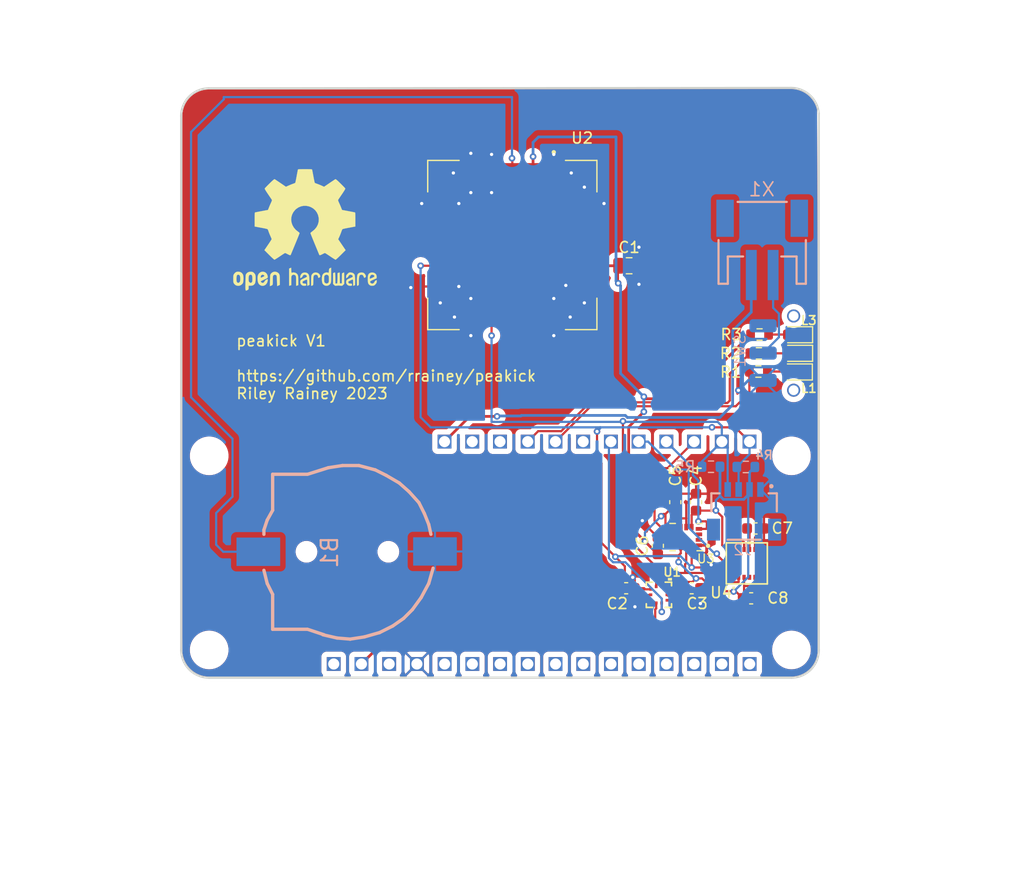
<source format=kicad_pcb>
(kicad_pcb (version 20221018) (generator pcbnew)
  (layers (0 "F.Cu" signal) (31 "B.Cu" signal) (34 "B.Paste" user) (35 "F.Paste" user) (36 "B.SilkS" user "B.Silkscreen") (37 "F.SilkS" user "F.Silkscreen") (38 "B.Mask" user) (39 "F.Mask" user) (44 "Edge.Cuts" user))
  (property "DESIGNER" "Riley Rainey")
  (property "REV" "V1")
  (net 0 "")
  (net 1 "GND")
  (net 2 "3.3V")
  (net 3 "/V_USB")
  (net 4 "V_BATT")
  (net 5 "/SDA")
  (net 6 "/SCL")
  (net 7 "/D5")
  (net 8 "/D6")
  (net 9 "/D9")
  (net 10 "/D10")
  (net 11 "/D11")
  (net 12 "/D12")
  (net 13 "/D13")
  (net 14 "/EN")
  (net 15 "/BOOT0")
  (net 16 "/D1{slash}TX")
  (net 17 "/D0{slash}RX")
  (net 18 "/CIPO")
  (net 19 "/COPI")
  (net 20 "/SCK")
  (net 21 "/A5")
  (net 22 "/A4")
  (net 23 "/A3")
  (net 24 "/A2")
  (net 25 "/A1")
  (net 26 "/A0")
  (net 28 "/~{RESET}")
  (net 29 "/VBACKUP")
  (net 39 "Net-(L1-A)")
  (net 40 "Net-(L2-A)")
  (net 41 "Net-(L3-A)")
  (net 42 "Net-(U4-CAP)")
  (net 44 "Net-(SW1-B)")
  (footprint "peakick:FIDUCIAL-MICRO" (layer "F.Cu") (at 137.53 114.75)
    (fp_text reference "FD1" hide)
    (fp_text value "FIDUCIALUFIDUCIAL" hide)
  )
  (footprint "Capacitor_SMD:C_0603_1608Metric" (layer "F.Cu") (at 178.609999 102.315001)
    (fp_text reference "C7")
    (fp_text value "10uF" hide)
  )
  (footprint "Resistor_SMD:R_0603_1608Metric" (layer "F.Cu") (at 178.92 86.28)
    (fp_text reference "R2")
    (fp_text value "2.2K" hide)
  )
  (footprint "peakick:STAND-OFF-TIGHT" (layer "F.Cu") (at 128.5611 113.4436)
    (fp_text reference "H3" hide)
    (fp_text value "STAND-OFFTIGHT" hide)
  )
  (footprint "peakick:FIDUCIAL-MICRO" (layer "F.Cu") (at 181.93 109.55)
    (fp_text reference "FD4" hide)
    (fp_text value "FIDUCIALUFIDUCIAL" hide)
  )
  (footprint "Resistor_SMD:R_0603_1608Metric" (layer "F.Cu") (at 178.87 87.94)
    (fp_text reference "R1")
    (fp_text value "2.2K")
  )
  (footprint "peakick:STAND-OFF-TIGHT" (layer "F.Cu") (at 128.5611 95.6636)
    (fp_text reference "H4" hide)
    (fp_text value "STAND-OFFTIGHT" hide)
  )
  (footprint "Capacitor_SMD:C_0805_2012Metric" (layer "F.Cu") (at 167.03 78.25)
    (fp_text reference "C1")
    (fp_text value "10uF")
  )
  (footprint "peakick:PQFN50P300X250X97-14N" (layer "F.Cu") (at 172.26 103.105 180)
    (fp_text reference "U3")
    (fp_text value "ICM-42688-P" hide)
  )
  (footprint "peakick:FIDUCIAL-MICRO" (layer "F.Cu") (at 163.96 109.39)
    (fp_text reference "FD3" hide)
    (fp_text value "FIDUCIALUFIDUCIAL" hide)
  )
  (footprint "peakick:OSHW-Logo2_14.6x12mm_SilkScreen" (layer "F.Cu") (at 137.34 74.95)
    (fp_text reference "LOGO2" hide)
    (fp_text value "OSHW-LOGOS" hide)
  )
  (footprint "peakick:1X16_SM_SQ_NOSILK" (layer "F.Cu") (at 178.07 114.73 180)
    (fp_text reference "J1" hide)
    (fp_text value "CONN_161X16_SM_SQ_NOSILK" hide)
  )
  (footprint "peakick:FIDUCIAL-MICRO" (layer "F.Cu") (at 145.93 67.75)
    (fp_text reference "FD2" hide)
    (fp_text value "FIDUCIALUFIDUCIAL" hide)
  )
  (footprint "Capacitor_SMD:C_0603_1608Metric" (layer "F.Cu") (at 172.76 107.79)
    (fp_text reference "C3")
    (fp_text value "100nF" hide)
  )
  (footprint "Capacitor_SMD:C_0603_1608Metric" (layer "F.Cu") (at 169.66 103.905 90)
    (fp_text reference "C6")
    (fp_text value "2.2uF" hide)
  )
  (footprint "Capacitor_SMD:C_0603_1608Metric" (layer "F.Cu") (at 178.209999 108.715001)
    (fp_text reference "C8")
    (fp_text value "10uF" hide)
  )
  (footprint "Capacitor_SMD:C_0603_1608Metric" (layer "F.Cu") (at 171.26 99.905 90)
    (fp_text reference "C5")
    (fp_text value "10nF" hide)
  )
  (footprint "LED_SMD:LED_0603_1608Metric" (layer "F.Cu") (at 182.35 84.57 180)
    (fp_text reference "L3")
    (fp_text value "LTST-S270KGKT" hide)
  )
  (footprint "peakick:LGA10_BMP390_BOS" (layer "F.Cu") (at 169.76 108.39)
    (fp_text reference "U1")
    (fp_text value "BMP390" hide)
  )
  (footprint "LED_SMD:LED_0603_1608Metric" (layer "F.Cu") (at 182.33 87.98 180)
    (fp_text reference "L1")
    (fp_text value "LTST-S270KGKT" hide)
  )
  (footprint "peakick:CREATIVE_COMMONS" (layer "F.Cu") (at 133.43 115.05)
    (fp_text reference "FRAME1" hide)
    (fp_text value "FRAME-LETTER" hide)
  )
  (footprint "Resistor_SMD:R_0603_1608Metric" (layer "F.Cu") (at 178.98 84.55)
    (fp_text reference "R3")
    (fp_text value "2.2K" hide)
  )
  (footprint "peakick:STAND-OFF-TIGHT" (layer "F.Cu") (at 181.9011 113.4436)
    (fp_text reference "H2" hide)
    (fp_text value "STAND-OFFTIGHT" hide)
  )
  (footprint "peakick:STAND-OFF-TIGHT" (layer "F.Cu") (at 181.9011 95.6636)
    (fp_text reference "H1" hide)
    (fp_text value "STAND-OFFTIGHT" hide)
  )
  (footprint "Capacitor_SMD:C_0603_1608Metric" (layer "F.Cu") (at 166.76 107.79)
    (fp_text reference "C2")
    (fp_text value "100nF" hide)
  )
  (footprint "LED_SMD:LED_0603_1608Metric" (layer "F.Cu") (at 182.35 86.27 180)
    (fp_text reference "L2" hide)
    (fp_text value "LTST-S270KRKT" hide)
  )
  (footprint "peakick:1X12_SM_SQ_NOSILK" (layer "F.Cu") (at 178.06 94.36 180)
    (fp_text reference "J3" hide)
    (fp_text value "CONN_12SM_SQ_NO_SILK")
  )
  (footprint "peakick:MODULE_SAM-M8Q-0-10" (layer "F.Cu") (at 156.33 76.35 -90)
    (fp_text reference "U2")
    (fp_text value "SAM-M10Q" hide)
  )
  (footprint "Capacitor_SMD:C_0603_1608Metric" (layer "F.Cu") (at 173.16 99.905 90)
    (fp_text reference "C4")
    (fp_text value "0.1uF" hide)
  )
  (footprint "peakick:MMC5983MA_MEM" (layer "F.Cu") (at 177.809999 105.515001 90)
    (fp_text reference "U4")
    (fp_text value "MMC5983MA" hide)
  )
  (footprint "Resistor_SMD:R_0603_1608Metric" (layer "B.Cu") (at 177.72 96.68 180)
    (fp_text reference "R4")
    (fp_text value "DNP" hide)
  )
  (footprint "peakick:JS102011SAQN" (layer "B.Cu") (at 179.3 86.25 -90)
    (fp_text reference "SW1")
    (fp_text value "JS102011SAQN" hide)
  )
  (footprint "peakick:CR1220-2" (layer "B.Cu") (at 141.475 104.45 180)
    (fp_text reference "B1")
    (fp_text value "CR1220")
  )
  (footprint "Resistor_SMD:R_0603_1608Metric" (layer "B.Cu") (at 174.53 96.66 180)
    (fp_text reference "R5")
    (fp_text value "DNP" hide)
  )
  (footprint "peakick:JSTPH2" (layer "B.Cu") (at 179.22 75.4 180)
    (fp_text reference "X1")
    (fp_text value "JSTPH" hide)
  )
  (footprint "peakick:JST04_1MM_RA" (layer "B.Cu") (at 177.56 98.7467 180)
    (fp_text reference "J2")
    (fp_text value "QWIIC_RA")
  )
  (gr_arc (start 181.86 61.96) (mid 183.586817 62.634138) (end 184.4 64.3) (stroke (width 0.2032)) (layer "Edge.Cuts"))
  (gr_line (start 184.4 113.4436) (end 184.4 64.3) (stroke (width 0.2032)) (layer "Edge.Cuts"))
  (gr_arc (start 184.4 113.4436) (mid 183.676598 115.231136) (end 181.9011 115.9836) (stroke (width 0.2032)) (layer "Edge.Cuts"))
  (gr_arc (start 126 64.54) (mid 126.736981 62.746845) (end 128.526051 62) (stroke (width 0.2032)) (layer "Edge.Cuts"))
  (gr_line (start 181.86 61.96) (end 128.526051 62) (stroke (width 0.2)) (layer "Edge.Cuts"))
  (gr_line (start 128.5611 115.9836) (end 181.9011 115.9836) (stroke (width 0.2032)) (layer "Edge.Cuts"))
  (gr_arc (start 128.5611 115.9836) (mid 126.754499 115.244021) (end 126 113.4436) (stroke (width 0.2032)) (layer "Edge.Cuts"))
  (gr_line (start 126 113.4436) (end 126 64.54) (stroke (width 0.2)) (layer "Edge.Cuts"))
  (gr_text "peakick V1\n\nhttps://github.com/rrainey/peakick\nRiley Rainey 2023" (at 130.96 90.54) (layer "F.SilkS") (effects (font (size 1 1)) (justify left bottom)))
  (segment (start 172.8584 108.4666) (end 172.9818 108.59) (width 0.2) (layer "F.Cu") (net 1))
  (segment (start 176.76 101.19) (end 178.259998 101.19) (width 0.2) (layer "F.Cu") (net 1))
  (segment (start 172.26 101.39) (end 172.26 102.19) (width 0.2) (layer "F.Cu") (net 1))
  (segment (start 169.0107 107.889874) (end 167.634874 107.889874) (width 0.2) (layer "F.Cu") (net 1))
  (segment (start 177.559999 103.589999) (end 176.76 102.79) (width 0.2) (layer "F.Cu") (net 1))
  (segment (start 168.24 101.71) (end 168.24 101.6) (width 0.2) (layer "F.Cu") (net 1))
  (segment (start 173.56 107.815) (end 173.535 107.79) (width 0.2) (layer "F.Cu") (net 1))
  (segment (start 167.6611 109.4889) (end 167.56 109.4889) (width 0.2) (layer "F.Cu") (net 1))
  (segment (start 183.1575 84.59) (end 183.1575 86.25) (width 0.25) (layer "F.Cu") (net 1))
  (segment (start 174.13 105.22481) (end 174.547589 105.642399) (width 0.25) (layer "F.Cu") (net 1))
  (segment (start 173.43 103.86) (end 174.13 103.86) (width 0.25) (layer "F.Cu") (net 1))
  (segment (start 183.1375 84.57) (end 183.1575 84.59) (width 0.25) (layer "F.Cu") (net 1))
  (segment (start 172.9818 108.59) (end 173.56 108.59) (width 0.2) (layer "F.Cu") (net 1))
  (segment (start 171.36 108.4666) (end 172.8584 108.4666) (width 0.2) (layer "F.Cu") (net 1))
  (segment (start 170.5093 108.39) (end 170.5859 108.4666) (width 0.2) (layer "F.Cu") (net 1))
  (segment (start 183.1175 86.29) (end 183.1375 86.27) (width 0.25) (layer "F.Cu") (net 1))
  (segment (start 167.535 107.79) (end 167.535 106.965) (width 0.2) (layer "F.Cu") (net 1))
  (segment (start 169.0107 108.890126) (end 168.910826 108.99) (width 0.2) (layer "F.Cu") (net 1))
  (segment (start 170.3 103.13) (end 170.36 103.19) (width 0.2) (layer "F.Cu") (net 1))
  (segment (start 171.76 101.39) (end 171.76 102.19) (width 0.2) (layer "F.Cu") (net 1))
  (segment (start 169.66 103.13) (end 170.3 103.13) (width 0.2) (layer "F.Cu") (net 1))
  (segment (start 168.16 108.99) (end 167.6611 109.4889) (width 0.2) (layer "F.Cu") (net 1))
  (segment (start 168.910826 108.99) (end 168.16 108.99) (width 0.2) (layer "F.Cu") (net 1))
  (segment (start 167.634874 107.889874) (end 167.535 107.79) (width 0.2) (layer "F.Cu") (net 1))
  (segment (start 176.76 102.79) (end 176.76 101.19) (width 0.2) (layer "F.Cu") (net 1))
  (segment (start 177.559999 104.240002) (end 177.559999 103.589999) (width 0.2) (layer "F.Cu") (net 1))
  (segment (start 173.425 103.855) (end 173.43 103.86) (width 0.25) (layer "F.Cu") (net 1))
  (segment (start 183.1575 86.25) (end 183.1375 86.27) (width 0.25) (layer "F.Cu") (net 1))
  (segment (start 172.26 100.03) (end 172.26 101.39) (width 0.2) (layer "F.Cu") (net 1))
  (segment (start 173.56 108.59) (end 173.56 107.815) (width 0.2) (layer "F.Cu") (net 1))
  (segment (start 170.36 103.83) (end 170.385 103.855) (width 0.2) (layer "F.Cu") (net 1))
  (segment (start 171.095 103.855) (end 170.385 103.855) (width 0.2) (layer "F.Cu") (net 1))
  (segment (start 167.535 106.965) (end 167.36 106.79) (width 0.2) (layer "F.Cu") (net 1))
  (segment (start 173.16 99.13) (end 174.7 99.13) (width 0.2) (layer "F.Cu") (net 1))
  (segment (start 169.66 103.13) (end 168.24 101.71) (width 0.2) (layer "F.Cu") (net 1))
  (segment (start 170.936474 108.890126) (end 171.36 108.4666) (width 0.2) (layer "F.Cu") (net 1))
  (segment (start 174.13 103.86) (end 174.13 105.22481) (width 0.25) (layer "F.Cu") (net 1))
  (segment (start 170.36 103.19) (end 170.36 103.83) (width 0.2) (layer "F.Cu") (net 1))
  (segment (start 178.259998 101.19) (end 179.384999 102.315001) (width 0.2) (layer "F.Cu") (net 1))
  (segment (start 170.5093 108.890126) (end 170.936474 108.890126) (width 0.2) (layer "F.Cu") (net 1))
  (segment (start 172.26 101.39) (end 171.76 101.39) (width 0.2) (layer "F.Cu") (net 1))
  (segment (start 173.16 99.13) (end 172.26 100.03) (width 0.2) (layer "F.Cu") (net 1))
  (segment (start 170.5859 108.4666) (end 171.36 108.4666) (width 0.2) (layer "F.Cu") (net 1))
  (segment (start 178.56 103.14) (end 178.56 104.240002) (width 0.2) (layer "F.Cu") (net 1))
  (segment (start 174.7 99.13) (end 176.76 101.19) (width 0.2) (layer "F.Cu") (net 1))
  (segment (start 183.1175 87.98) (end 183.1175 86.29) (width 0.25) (layer "F.Cu") (net 1))
  (segment (start 179.384999 102.315001) (end 178.56 103.14) (width 0.2) (layer "F.Cu") (net 1))
  (via (at 160.13 68.05) (size 0.6) (drill 0.3) (layers "F.Cu" "B.Cu") (net 1))
  (via (at 173.56 109.19) (size 0.6) (drill 0.3) (layers "F.Cu" "B.Cu") (net 1))
  (via (at 164.73 72.55) (size 0.6) (drill 0.3) (layers "F.Cu" "B.Cu") (net 1))
  (via (at 161.63 82.95) (size 0.6) (drill 0.3) (layers "F.Cu" "B.Cu") (net 1))
  (via (at 167.93 76.55) (size 0.6) (drill 0.3) (layers "F.Cu" "B.Cu") (net 1))
  (via (at 152.53 81.25) (size 0.6) (drill 0.3) (layers "F.Cu" "B.Cu") (net 1))
  (via (at 162.93 81.65) (size 0.6) (drill 0.3) (layers "F.Cu" "B.Cu") (net 1))
  (via (at 152.53 71.55) (size 0.6) (drill 0.3) (layers "F.Cu" "B.Cu") (net 1))
  (via (at 168.24 101.6) (size 0.6) (drill 0.3) (layers "F.Cu" "B.Cu") (net 1))
  (via (at 160.13 81.25) (size 0.6) (drill 0.3) (layers "F.Cu" "B.Cu") (net 1))
  (via (at 154.43 68.05) (size 0.6) (drill 0.3) (layers "F.Cu" "B.Cu") (net 1))
  (via (at 149.73 81.65) (size 0.6) (drill 0.3) (layers "F.Cu" "B.Cu") (net 1))
  (via (at 151.03 82.95) (size 0.6) (drill 0.3) (layers "F.Cu" "B.Cu") (net 1))
  (via (at 152.53 67.95) (size 0.6) (drill 0.3) (layers "F.Cu" "B.Cu") (net 1))
  (via (at 160.13 84.65) (size 0.6) (drill 0.3) (layers "F.Cu" "B.Cu") (net 1))
  (via (at 152.53 84.65) (size 0.6) (drill 0.3) (layers "F.Cu" "B.Cu") (net 1))
  (via (at 151.43 80.15) (size 0.6) (drill 0.3) (layers "F.Cu" "B.Cu") (net 1))
  (via (at 151.43 72.55) (size 0.6) (drill 0.3) (layers "F.Cu" "B.Cu") (net 1))
  (via (at 174.547589 105.642399) (size 0.6) (drill 0.3) (layers "F.Cu" "B.Cu") (net 1))
  (via (at 162.93 71.05) (size 0.6) (drill 0.3) (layers "F.Cu" "B.Cu") (net 1))
  (via (at 167.36 106.79) (size 0.6) (drill 0.3) (layers "F.Cu" "B.Cu") (net 1))
  (via (at 177.04 89.66) (size 0.6) (drill 0.3) (layers "F.Cu" "B.Cu") (net 1))
  (via (at 161.73 69.75) (size 0.6) (drill 0.3) (layers "F.Cu" "B.Cu") (net 1))
  (via (at 147.03 80.25) (size 0.6) (drill 0.3) (layers "F.Cu" "B.Cu") (net 1))
  (via (at 167.93 79.95) (size 0.6) (drill 0.3) (layers "F.Cu" "B.Cu") (net 1))
  (via (at 148.03 72.55) (size 0.6) (drill 0.3) (layers "F.Cu" "B.Cu") (net 1))
  (via (at 167.56 109.4889) (size 0.6) (drill 0.3) (layers "F.Cu" "B.Cu") (net 1))
  (via (at 150.93 69.75) (size 0.6) (drill 0.3) (layers "F.Cu" "B.Cu") (net 1))
  (via (at 161.23 80.05) (size 0.6) (drill 0.3) (layers "F.Cu" "B.Cu") (net 1))
  (via (at 154.43 71.55) (size 0.6) (drill 0.3) (layers "F.Cu" "B.Cu") (net 1))
  (segment (start 177.95 88.75) (end 177.04 89.66) (width 0.25) (layer "B.Cu") (net 1))
  (segment (start 179.3 88.75) (end 179.3 88.73) (width 0.25) (layer "B.Cu") (net 1))
  (segment (start 179.3 88.75) (end 177.95 88.75) (width 0.25) (layer "B.Cu") (net 1))
  (segment (start 165.98 79.8) (end 166.03 79.85) (width 0.2) (layer "F.Cu") (net 2))
  (segment (start 169.42 111.95) (end 174.16 111.95) (width 0.2) (layer "F.Cu") (net 2))
  (segment (start 171.985 107.215) (end 171.985 107.79) (width 0.2) (layer "F.Cu") (net 2))
  (segment (start 171.76 104.02) (end 171.76 104.59) (width 0.2) (layer "F.Cu") (net 2))
  (segment (start 175.024718 87.680282) (end 178.155 84.55) (width 0.25) (layer "F.Cu") (net 2))
  (segment (start 178.1886 107.59) (end 177.559999 107.59) (width 0.2) (layer "F.Cu") (net 2))
  (segment (start 174.91 111.2) (end 174.91 108.74) (width 0.2) (layer "F.Cu") (net 2))
  (segment (start 171.985 107.79) (end 170.609174 107.79) (width 0.2) (layer "F.Cu") (net 2))
  (segment (start 166.99 102.01) (end 168.48 103.5) (width 0.25) (layer "F.Cu") (net 2))
  (segment (start 169.509937 109.1393) (end 169.509937 109.640063) (width 0.2) (layer "F.Cu") (net 2))
  (segment (start 173.16 106.8911) (end 173.714404 106.8911) (width 0.2) (layer "F.Cu") (net 2))
  (segment (start 174.91 108.74) (end 174.885001 108.715001) (width 0.2) (layer "F.Cu") (net 2))
  (segment (start 178.56 106.79) (end 178.56 107.2186) (width 0.2) (layer "F.Cu") (net 2))
  (segment (start 177.559999 108.590001) (end 177.434999 108.715001) (width 0.2) (layer "F.Cu") (net 2))
  (segment (start 176.581697 108.061697) (end 176.61 108.09) (width 0.2) (layer "F.Cu") (net 2))
  (segment (start 168.5634 90.4334) (end 168.38 90.25) (width 0.25) (layer "F.Cu") (net 2))
  (segment (start 166.99 93.0111) (end 166.99 102.01) (width 0.25) (layer "F.Cu") (net 2))
  (segment (start 176.475 104.765) (end 176.535 104.765) (width 0.2) (layer "F.Cu") (net 2))
  (segment (start 168.46 111.89) (end 168.52 111.95) (width 0.25) (layer "F.Cu") (net 2))
  (segment (start 158.23 69.75) (end 158.23 68.25) (width 0.25) (layer "F.Cu") (net 2))
  (segment (start 171.76 104.59) (end 171.56 104.79) (width 0.2) (layer "F.Cu") (net 2))
  (segment (start 170.010063 107.6407) (end 170.010063 106.939937) (width 0.2) (layer "F.Cu") (net 2))
  (segment (start 169.77 104.79) (end 169.66 104.68) (width 0.2) (layer "F.Cu") (net 2))
  (segment (start 170.010063 106.939937) (end 170.16 106.79) (width 0.2) (layer "F.Cu") (net 2))
  (segment (start 170.16 100.99) (end 170.36 100.99) (width 0.2) (layer "F.Cu") (net 2))
  (segment (start 170.609174 107.79) (end 170.5093 107.889874) (width 0.2) (layer "F.Cu") (net 2))
  (segment (start 174.98 100.67) (end 174.97 100.68) (width 0.2) (layer "F.Cu") (net 2))
  (segment (start 172.8361 107.215) (end 171.985 107.215) (width 0.2) (layer "F.Cu") (net 2))
  (segment (start 174.885001 108.061697) (end 174.885001 108.715001) (width 0.2) (layer "F.Cu") (net 2))
  (segment (start 169.42 109.73) (end 169.509937 109.640063) (width 0.2) (layer "F.Cu") (net 2))
  (segment (start 171.095 102.355) (end 170.525 102.355) (width 0.2) (layer "F.Cu") (net 2))
  (segment (start 169.96 101.19) (end 170.16 100.99) (width 0.2) (layer "F.Cu") (net 2))
  (segment (start 165.88 78.25) (end 165.98 78.35) (width 0.2) (layer "F.Cu") (net 2))
  (segment (start 170.36 102.19) (end 170.36 100.99) (width 0.2) (layer "F.Cu") (net 2))
  (segment (start 145.35 111.89) (end 168.46 111.89) (width 0.25) (layer "F.Cu") (net 2))
  (segment (start 171.56 104.79) (end 171.56 105.3878) (width 0.2) (layer "F.Cu") (net 2))
  (segment (start 169.42 111.95) (end 169.42 109.73) (width 0.2) (layer "F.Cu") (net 2))
  (segment (start 166.56 109.99) (end 165.985 109.415) (width 0.2) (layer "F.Cu") (net 2))
  (segment (start 170.67 100.68) (end 171.26 100.68) (width 0.2) (layer "F.Cu") (net 2))
  (segment (start 162.93 78.25) (end 165.88 78.25) (width 0.25) (layer "F.Cu") (net 2))
  (segment (start 165.985 109.415) (end 165.985 107.79) (width 0.2) (layer "F.Cu") (net 2))
  (segment (start 175.024718 90.4334) (end 175.024718 87.680282) (width 0.25) (layer "F.Cu") (net 2))
  (segment (start 174.16 111.95) (end 174.91 111.2) (width 0.2) (layer "F.Cu") (net 2))
  (segment (start 175.56 103.85) (end 176.475 104.765) (width 0.2) (layer "F.Cu") (net 2))
  (segment (start 173.714404 106.8911) (end 174.885001 108.061697) (width 0.2) (layer "F.Cu") (net 2))
  (segment (start 168.52 111.95) (end 169.42 111.95) (width 0.2) (layer "F.Cu") (net 2))
  (segment (start 172.76 102.19) (end 172.76 101.08) (width 0.2) (layer "F.Cu") (net 2))
  (segment (start 176.61 108.09) (end 176.638303 108.061697) (width 0.2) (layer "F.Cu") (net 2))
  (segment (start 176.781695 108.061697) (end 177.434999 108.715001) (width 0.2) (layer "F.Cu") (net 2))
  (segment (start 168.48 103.5) (end 169.66 104.68) (width 0.25) (layer "F.Cu") (net 2))
  (segment (start 178.56 107.2186) (end 178.1886 107.59) (width 0.2) (layer "F.Cu") (net 2))
  (segment (start 165.98 78.35) (end 165.98 79.8) (width 0.25) (layer "F.Cu") (net 2))
  (segment (start 173.16 106.8911) (end 172.8361 107.215) (width 0.2) (layer "F.Cu") (net 2))
  (segment (start 177.559999 106.79) (end 177.559999 107.59) (width 0.2) (layer "F.Cu") (net 2))
  (segment (start 172.76 101.08) (end 173.16 100.68) (width 0.2) (layer "F.Cu") (net 2))
  (segment (start 177.559999 107.59) (end 177.559999 108.590001) (width 0.2) (layer "F.Cu") (net 2))
  (segment (start 175.024718 90.4334) (end 168.5634 90.4334) (width 0.25) (layer "F.Cu") (net 2))
  (segment (start 142.51 114.73) (end 145.35 111.89) (width 0.25) (layer "F.Cu") (net 2))
  (segment (start 175.56 103.85) (end 175.56 101.25) (width 0.2) (layer "F.Cu") (net 2))
  (segment (start 175.56 101.25) (end 174.98 100.67) (width 0.2) (layer "F.Cu") (net 2))
  (segment (start 166.56 109.99) (end 168.52 111.95) (width 0.2) (layer "F.Cu") (net 2))
  (segment (start 174.885001 108.061697) (end 176.581697 108.061697) (width 0.2) (layer "F.Cu") (net 2))
  (segment (start 176.638303 108.061697) (end 176.781695 108.061697) (width 0.2) (layer "F.Cu") (net 2))
  (segment (start 171.56 106.79) (end 171.985 107.215) (width 0.2) (layer "F.Cu") (net 2))
  (segment (start 170.16 106.79) (end 171.56 106.79) (width 0.2) (layer "F.Cu") (net 2))
  (segment (start 171.56 104.79) (end 169.77 104.79) (width 0.2) (layer "F.Cu") (net 2))
  (segment (start 168.38 91.6211) (end 166.99 93.0111) (width 0.25) (layer "F.Cu") (net 2))
  (segment (start 170.525 102.355) (end 170.36 102.19) (width 0.2) (layer "F.Cu") (net 2))
  (segment (start 170.36 100.99) (end 170.67 100.68) (width 0.2) (layer "F.Cu") (net 2))
  (segment (start 174.97 100.68) (end 173.16 100.68) (width 0.2) (layer "F.Cu") (net 2))
  (via (at 174.98 100.67) (size 0.6) (drill 0.3) (layers "F.Cu" "B.Cu") (net 2))
  (via (at 173.16 106.8911) (size 0.6) (drill 0.3) (layers "F.Cu" "B.Cu") (net 2))
  (via (at 168.38 91.6211) (size 0.6) (drill 0.3) (layers "F.Cu" "B.Cu") (net 2))
  (via (at 171.56 105.3878) (size 0.6) (drill 0.3) (layers "F.Cu" "B.Cu") (net 2))
  (via (at 168.48 103.5) (size 0.6) (drill 0.3) (layers "F.Cu" "B.Cu") (net 2))
  (via (at 158.23 68.25) (size 0.6) (drill 0.3) (layers "F.Cu" "B.Cu") (net 2))
  (via (at 169.96 101.19) (size 0.6) (drill 0.3) (layers "F.Cu" "B.Cu") (net 2))
  (via (at 176.61 108.09) (size 0.6) (drill 0.3) (layers "F.Cu" "B.Cu") (net 2))
  (via (at 166.03 79.85) (size 0.6) (drill 0.3) (layers "F.Cu" "B.Cu") (net 2))
  (via (at 168.38 90.25) (size 0.6) (drill 0.3) (layers "F.Cu" "B.Cu") (net 2))
  (segment (start 168.38 91.6211) (end 168.38 90.25) (width 0.25) (layer "B.Cu") (net 2))
  (segment (start 171.56 105.3878) (end 171.56 105.39827) (width 0.2) (layer "B.Cu") (net 2))
  (segment (start 166.2491 80.0691) (end 166.03 79.85) (width 0.25) (layer "B.Cu") (net 2))
  (segment (start 165.83 79.65) (end 166.03 79.85) (width 0.25) (layer "B.Cu") (net 2))
  (segment (start 158.23 68.25) (end 158.23 66.95) (width 0.25) (layer "B.Cu") (net 2))
  (segment (start 171.56 105.39827) (end 173.05283 106.8911) (width 0.2) (layer "B.Cu") (net 2))
  (segment (start 168.48 102.67) (end 168.48 103.5) (width 0.2) (layer "B.Cu") (net 2))
  (segment (start 178.06 98.7467) (end 178.06 99.1217) (width 0.25) (layer "B.Cu") (net 2))
  (segment (start 158.23 66.95) (end 158.73 66.45) (width 0.25) (layer "B.Cu") (net 2))
  (segment (start 173.05283 106.8911) (end 173.16 106.8911) (width 0.2) (layer "B.Cu") (net 2))
  (segment (start 174.98 99.72) (end 175.355 99.345) (width 0.2) (layer "B.Cu") (net 2))
  (segment (start 174.98 100.67) (end 174.98 99.72) (width 0.2) (layer "B.Cu") (net 2))
  (segment (start 158.73 66.45) (end 165.83 66.45) (width 0.25) (layer "B.Cu") (net 2))
  (segment (start 169.96 101.19) (end 168.48 102.67) (width 0.2) (layer "B.Cu") (net 2))
  (segment (start 168.38 90.25) (end 166.2491 88.1191) (width 0.25) (layer "B.Cu") (net 2))
  (segment (start 178.06 99.1217) (end 177.5334 99.6483) (width 0.25) (layer "B.Cu") (net 2))
  (segment (start 165.83 66.45) (end 165.83 79.65) (width 0.25) (layer "B.Cu") (net 2))
  (segment (start 177.5334 99.6483) (end 175.6583 99.6483) (width 0.25) (layer "B.Cu") (net 2))
  (segment (start 177.94 98.8667) (end 178.06 98.7467) (width 0.2) (layer "B.Cu") (net 2))
  (segment (start 177.94 106.76) (end 177.94 98.8667) (width 0.2) (layer "B.Cu") (net 2))
  (segment (start 166.2491 88.1191) (end 166.2491 80.0691) (width 0.25) (layer "B.Cu") (net 2))
  (segment (start 175.6583 99.6483) (end 175.355 99.345) (width 0.25) (layer "B.Cu") (net 2))
  (segment (start 175.355 99.345) (end 175.355 96.66) (width 0.25) (layer "B.Cu") (net 2))
  (segment (start 178.06 97.165) (end 178.06 98.7467) (width 0.25) (layer "B.Cu") (net 2))
  (segment (start 178.545 96.68) (end 178.06 97.165) (width 0.25) (layer "B.Cu") (net 2))
  (segment (start 176.61 108.09) (end 177.94 106.76) (width 0.2) (layer "B.Cu") (net 2))
  (segment (start 154.9311 92.0489) (end 152.4311 92.0489) (width 0.25) (layer "F.Cu") (net 4))
  (segment (start 152.4311 92.0489) (end 150.12 94.36) (width 0.25) (layer "F.Cu") (net 4))
  (via (at 154.9311 92.0489) (size 0.6) (drill 0.3) (layers "F.Cu" "B.Cu") (net 4))
  (segment (start 166.867425 92.1477) (end 166.682025 91.9623) (width 0.25) (layer "B.Cu") (net 4))
  (segment (start 157.1577 91.9623) (end 157.11 92.01) (width 0.25) (layer "B.Cu") (net 4))
  (segment (start 154.97 92.01) (end 154.9311 92.0489) (width 0.25) (layer "B.Cu") (net 4))
  (segment (start 176.5134 90.985282) (end 175.350982 92.1477) (width 0.25) (layer "B.Cu") (net 4))
  (segment (start 175.350982 92.1477) (end 166.867425 92.1477) (width 0.25) (layer "B.Cu") (net 4))
  (segment (start 166.682025 91.9623) (end 157.1577 91.9623) (width 0.25) (layer "B.Cu") (net 4))
  (segment (start 157.11 92.01) (end 154.97 92.01) (width 0.25) (layer "B.Cu") (net 4))
  (segment (start 178.22 82.5) (end 176.5134 84.2066) (width 0.25) (layer "B.Cu") (net 4))
  (segment (start 176.5134 84.2066) (end 176.5134 90.985282) (width 0.25) (layer "B.Cu") (net 4))
  (segment (start 178.22 79.1) (end 178.22 82.5) (width 0.25) (layer "B.Cu") (net 4))
  (segment (start 168.8694 108.39) (end 169.0107 108.39) (width 0.2) (layer "F.Cu") (net 5))
  (segment (start 168.6694 108.59) (end 168.8694 108.39) (width 0.2) (layer "F.Cu") (net 5))
  (segment (start 176.535 106.265002) (end 174.461529 106.265002) (width 0.2) (layer "F.Cu") (net 5))
  (segment (start 172.76 105.59) (end 172.76 105.8889) (width 0.2) (layer "F.Cu") (net 5))
  (segment (start 167.256696 108.59) (end 168.6694 108.59) (width 0.2) (layer "F.Cu") (net 5))
  (segment (start 164.09 95.94) (end 164.09 93.43) (width 0.2) (layer "F.Cu") (net 5))
  (segment (start 176.7511 93.0511) (end 178.06 94.36) (width 0.2) (layer "F.Cu") (net 5))
  (segment (start 166.6366 105.77277) (end 166.6366 107.969904) (width 0.2) (layer "F.Cu") (net 5))
  (segment (start 174.085427 105.8889) (end 174.461529 106.265002) (width 0.2) (layer "F.Cu") (net 5))
  (segment (start 164.502 103.63817) (end 164.502 96.352) (width 0.2) (layer "F.Cu") (net 5))
  (segment (start 165.771915 104.908085) (end 166.6366 105.77277) (width 0.2) (layer "F.Cu") (net 5))
  (segment (start 149.73 78.25) (end 147.93 78.25) (width 0.2) (layer "F.Cu") (net 5))
  (segment (start 164.502 96.352) (end 164.09 95.94) (width 0.2) (layer "F.Cu") (net 5))
  (segment (start 174.62 93.0511) (end 176.7511 93.0511) (width 0.2) (layer "F.Cu") (net 5))
  (segment (start 166.6366 107.969904) (end 167.256696 108.59) (width 0.2) (layer "F.Cu") (net 5))
  (segment (start 172.76 105.8889) (end 174.085427 105.8889) (width 0.2) (layer "F.Cu") (net 5))
  (segment (start 172.76 105.59) (end 172.76 104.02) (width 0.2) (layer "F.Cu") (net 5))
  (segment (start 165.771915 104.908085) (end 164.502 103.63817) (width 0.2) (layer "F.Cu") (net 5))
  (via (at 174.62 93.0511) (size 0.6) (drill 0.3) (layers "F.Cu" "B.Cu") (net 5))
  (via (at 172.76 105.8889) (size 0.6) (drill 0.3) (layers "F.Cu" "B.Cu") (net 5))
  (via (at 164.09 93.43) (size 0.6) (drill 0.3) (layers "F.Cu" "B.Cu") (net 5))
  (via (at 165.771915 104.908085) (size 0.6) (drill 0.3) (layers "F.Cu" "B.Cu") (net 5))
  (via (at 147.93 78.25) (size 0.6) (drill 0.3) (layers "F.Cu" "B.Cu") (net 5))
  (segment (start 172.0616 105.1905) (end 172.76 105.8889) (width 0.2) (layer "B.Cu") (net 5))
  (segment (start 165.83 104.85) (end 171.73157 104.85) (width 0.2) (layer "B.Cu") (net 5))
  (segment (start 164.38 93.14) (end 164.38 93.0511) (width 0.2) (layer "B.Cu") (net 5))
  (segment (start 178.06 95.515) (end 176.895 96.68) (width 0.2) (layer "B.Cu") (net 5))
  (segment (start 176.895 96.68) (end 177.06 96.845) (width 0.2) (layer "B.Cu") (net 5))
  (segment (start 165.771915 104.908085) (end 165.83 104.85) (width 0.2) (layer "B.Cu") (net 5))
  (segment (start 148.8522 93.0511) (end 147.93 92.1289) (width 0.2) (layer "B.Cu") (net 5))
  (segment (start 171.73157 104.85) (end 172.0616 105.18003) (width 0.2) (layer "B.Cu") (net 5))
  (segment (start 174.62 93.0511) (end 164.38 93.0511) (width 0.2) (layer "B.Cu") (net 5))
  (segment (start 147.93 92.1289) (end 147.93 78.25) (width 0.2) (layer "B.Cu") (net 5))
  (segment (start 164.38 93.0511) (end 148.8522 93.0511) (width 0.2) (layer "B.Cu") (net 5))
  (segment (start 178.06 94.36) (end 178.06 95.515) (width 0.2) (layer "B.Cu") (net 5))
  (segment (start 177.06 96.845) (end 177.06 98.7467) (width 0.2) (layer "B.Cu") (net 5))
  (segment (start 164.09 93.43) (end 164.38 93.14) (width 0.2) (layer "B.Cu") (net 5))
  (segment (start 172.0616 105.18003) (end 172.0616 105.1905) (width 0.2) (layer "B.Cu") (net 5))
  (segment (start 177.059998 106.79) (end 177.059998 107.210002) (width 0.2) (layer "F.Cu") (net 6))
  (segment (start 169.56 105.885) (end 169.56 106.39) (width 0.2) (layer "F.Cu") (net 6))
  (segment (start 154.43 82.95) (end 154.43 84.65) (width 0.2) (layer "F.Cu") (net 6))
  (segment (start 169.509937 107.6407) (end 169.509937 106.440063) (width 0.2) (layer "F.Cu") (net 6))
  (segment (start 172.26 105.49) (end 172.26 104.02) (width 0.2) (layer "F.Cu") (net 6))
  (segment (start 175.01 107.24) (end 174.16 106.39) (width 0.2) (layer "F.Cu") (net 6))
  (segment (start 166.4639 102.7889) (end 169.56 105.885) (width 0.2) (layer "F.Cu") (net 6))
  (segment (start 172.16 105.59) (end 172.26 105.49) (width 0.2) (layer "F.Cu") (net 6))
  (segment (start 177.03 107.24) (end 175.01 107.24) (width 0.2) (layer "F.Cu") (net 6))
  (segment (start 166.4639 92.4889) (end 166.4639 102.7889) (width 0.2) (layer "F.Cu") (net 6))
  (segment (start 169.56 106.39) (end 172.16 106.39) (width 0.2) (layer "F.Cu") (net 6))
  (segment (start 177.059998 107.210002) (end 177.03 107.24) (width 0.2) (layer "F.Cu") (net 6))
  (segment (start 172.16 106.39) (end 172.16 105.59) (width 0.2) (layer "F.Cu") (net 6))
  (segment (start 174.16 106.39) (end 172.16 106.39) (width 0.2) (layer "F.Cu") (net 6))
  (segment (start 169.509937 106.440063) (end 169.56 106.39) (width 0.2) (layer "F.Cu") (net 6))
  (via (at 154.43 84.65) (size 0.6) (drill 0.3) (layers "F.Cu" "B.Cu") (net 6))
  (via (at 166.4639 92.4889) (size 0.6) (drill 0.3) (layers "F.Cu" "B.Cu") (net 6))
  (segment (start 175.14 92.55) (end 175.52 92.93) (width 0.2) (layer "B.Cu") (net 6))
  (segment (start 175.52 92.93) (end 175.52 94.36) (width 0.2) (layer "B.Cu") (net 6))
  (segment (start 154.43 92.55) (end 175.14 92.55) (width 0.2) (layer "B.Cu") (net 6))
  (segment (start 173.705 96.175) (end 173.705 96.66) (width 0.2) (layer "B.Cu") (net 6))
  (segment (start 175.52 94.36) (end 176.06 94.9) (width 0.2) (layer "B.Cu") (net 6))
  (segment (start 175.52 94.36) (end 173.705 96.175) (width 0.2) (layer "B.Cu") (net 6))
  (segment (start 176.06 94.9) (end 176.06 98.7467) (width 0.2) (layer "B.Cu") (net 6))
  (segment (start 154.43 84.65) (end 154.43 92.55) (width 0.2) (layer "B.Cu") (net 6))
  (segment (start 169.36 101.616526) (end 169.36 96.79) (width 0.2) (layer "F.Cu") (net 7))
  (segment (start 172.98 94.36) (end 170.55 96.79) (width 0.2) (layer "F.Cu") (net 7))
  (segment (start 170.55 96.79) (end 169.36 96.79) (width 0.2) (layer "F.Cu") (net 7))
  (segment (start 170.598474 102.855) (end 169.36 101.616526) (width 0.2) (layer "F.Cu") (net 7))
  (segment (start 171.095 102.855) (end 170.598474 102.855) (width 0.2) (layer "F.Cu") (net 7))
  (segment (start 174.15 101.75) (end 174.06 101.66) (width 0.2) (layer "F.Cu") (net 8))
  (segment (start 174.06 101.66) (end 173.38 101.66) (width 0.2) (layer "F.Cu") (net 8))
  (segment (start 174.15 102.285) (end 174.15 101.75) (width 0.2) (layer "F.Cu") (net 8))
  (segment (start 173.425 102.355) (end 174.08 102.355) (width 0.2) (layer "F.Cu") (net 8))
  (segment (start 174.08 102.355) (end 174.15 102.285) (width 0.2) (layer "F.Cu") (net 8))
  (via (at 173.38 101.66) (size 0.6) (drill 0.3) (layers "F.Cu" "B.Cu") (net 8))
  (segment (start 173.37 101.65) (end 173.38 101.66) (width 0.2) (layer "B.Cu") (net 8))
  (segment (start 172.88 96.8) (end 172.88 97.43) (width 0.2) (layer "B.Cu") (net 8))
  (segment (start 173.37 97.92) (end 173.37 101.65) (width 0.2) (layer "B.Cu") (net 8))
  (segment (start 172.88 97.43) (end 173.37 97.92) (width 0.2) (layer "B.Cu") (net 8))
  (segment (start 170.44 94.36) (end 172.88 96.8) (width 0.2) (layer "B.Cu") (net 8))
  (segment (start 175.0589 104.717501) (end 176.1064 105.765001) (width 0.2) (layer "F.Cu") (net 9))
  (segment (start 176.1064 105.765001) (end 176.535 105.765001) (width 0.2) (layer "F.Cu") (net 9))
  (segment (start 175.0589 104.622427) (end 175.0589 104.717501) (width 0.2) (layer "F.Cu") (net 9))
  (via (at 175.0589 104.622427) (size 0.6) (drill 0.3) (layers "F.Cu" "B.Cu") (net 9))
  (segment (start 174.872427 104.622427) (end 172.49 102.24) (width 0.2) (layer "B.Cu") (net 9))
  (segment (start 172.49 102.24) (end 172.49 96.92) (width 0.2) (layer "B.Cu") (net 9))
  (segment (start 172.49 96.92) (end 171.3268 96.92) (width 0.2) (layer "B.Cu") (net 9))
  (segment (start 171.3268 96.92) (end 168.7668 94.36) (width 0.2) (layer "B.Cu") (net 9))
  (segment (start 175.0589 104.622427) (end 174.872427 104.622427) (width 0.2) (layer "B.Cu") (net 9))
  (segment (start 168.7668 94.36) (end 167.9 94.36) (width 0.2) (layer "B.Cu") (net 9))
  (segment (start 170.010063 109.1393) (end 170.010063 109.940063) (width 0.2) (layer "F.Cu") (net 10))
  (segment (start 170.010063 109.940063) (end 170.02 109.95) (width 0.2) (layer "F.Cu") (net 10))
  (via (at 170.02 109.95) (size 0.6) (drill 0.3) (layers "F.Cu" "B.Cu") (net 10))
  (segment (start 165.564145 105.409685) (end 165.18 105.02554) (width 0.2) (layer "B.Cu") (net 10))
  (segment (start 165.18 105.02554) (end 165.18 94.54) (width 0.2) (layer "B.Cu") (net 10))
  (segment (start 170.02 109.95) (end 170.02 108.74063) (width 0.2) (layer "B.Cu") (net 10))
  (segment (start 165.18 94.54) (end 165.36 94.36) (width 0.2) (layer "B.Cu") (net 10))
  (segment (start 170.02 108.74063) (end 166.689055 105.409685) (width 0.2) (layer "B.Cu") (net 10))
  (segment (start 166.689055 105.409685) (end 165.564145 105.409685) (width 0.2) (layer "B.Cu") (net 10))
  (segment (start 163.52 91.12) (end 160.28 94.36) (width 0.2) (layer "F.Cu") (net 12))
  (segment (start 178.045 89.87) (end 176.795 91.12) (width 0.2) (layer "F.Cu") (net 12))
  (segment (start 176.795 91.12) (end 163.52 91.12) (width 0.2) (layer "F.Cu") (net 12))
  (segment (start 178.045 87.94) (end 178.045 89.87) (width 0.2) (layer "F.Cu") (net 12))
  (segment (start 158.7 93.4) (end 157.74 94.36) (width 0.2) (layer "F.Cu") (net 13))
  (segment (start 175.16 90.76) (end 163.453474 90.76) (width 0.2) (layer "F.Cu") (net 13))
  (segment (start 175.2184 90.8184) (end 175.16 90.76) (width 0.2) (layer "F.Cu") (net 13))
  (segment (start 178.095 86.28) (end 176.25 88.125) (width 0.2) (layer "F.Cu") (net 13))
  (segment (start 176.25 90.6) (end 176.0316 90.8184) (width 0.2) (layer "F.Cu") (net 13))
  (segment (start 176.25 88.125) (end 176.25 90.6) (width 0.2) (layer "F.Cu") (net 13))
  (segment (start 160.813474 93.4) (end 158.7 93.4) (width 0.2) (layer "F.Cu") (net 13))
  (segment (start 176.0316 90.8184) (end 175.2184 90.8184) (width 0.2) (layer "F.Cu") (net 13))
  (segment (start 163.453474 90.76) (end 160.813474 93.4) (width 0.2) (layer "F.Cu") (net 13))
  (segment (start 156.33 68.43) (end 156.3 68.4) (width 0.2) (layer "F.Cu") (net 29))
  (segment (start 156.33 69.75) (end 156.33 68.43) (width 0.2) (layer "F.Cu") (net 29))
  (via (at 156.3 68.4) (size 0.6) (drill 0.3) (layers "F.Cu" "B.Cu") (net 29))
  (segment (start 130.7 94.1) (end 130.7 99.4) (width 0.2) (layer "B.Cu") (net 29))
  (segment (start 129.9 63) (end 126.9 66) (width 0.2) (layer "B.Cu") (net 29))
  (segment (start 129.9 62.8) (end 129.9 63) (width 0.2) (layer "B.Cu") (net 29))
  (segment (start 130.7 99.4) (end 129.2 100.9) (width 0.2) (layer "B.Cu") (net 29))
  (segment (start 126.9 66) (end 126.9 90.3) (width 0.2) (layer "B.Cu") (net 29))
  (segment (start 126.9 90.3) (end 130.7 94.1) (width 0.2) (layer "B.Cu") (net 29))
  (segment (start 129.2 103.8) (end 129.85 104.45) (width 0.2) (layer "B.Cu") (net 29))
  (segment (start 156.3 62.8) (end 129.9 62.8) (width 0.2) (layer "B.Cu") (net 29))
  (segment (start 156.3 68.4) (end 156.3 62.8) (width 0.2) (layer "B.Cu") (net 29))
  (segment (start 129.85 104.45) (end 133.065 104.45) (width 0.2) (layer "B.Cu") (net 29))
  (segment (start 129.2 100.9) (end 129.2 103.8) (width 0.2) (layer "B.Cu") (net 29))
  (segment (start 181.5025 87.94) (end 179.695 87.94) (width 0.2) (layer "F.Cu") (net 39))
  (segment (start 181.5425 87.98) (end 181.5025 87.94) (width 0.2) (layer "F.Cu") (net 39))
  (segment (start 181.5625 86.27) (end 179.755 86.27) (width 0.2) (layer "F.Cu") (net 40))
  (segment (start 179.755 86.27) (end 179.745 86.28) (width 0.2) (layer "F.Cu") (net 40))
  (segment (start 181.5425 84.55) (end 179.805 84.55) (width 0.2) (layer "F.Cu") (net 41))
  (segment (start 181.5625 84.57) (end 181.5425 84.55) (width 0.2) (layer "F.Cu") (net 41))
  (segment (start 178.059999 102.540001) (end 177.834999 102.315001) (width 0.2) (layer "F.Cu") (net 42))
  (segment (start 178.059999 104.240002) (end 178.059999 102.540001) (width 0.2) (layer "F.Cu") (net 42))
  (segment (start 180.22 82.103634) (end 180.7516 82.635234) (width 0.2) (layer "B.Cu") (net 44))
  (segment (start 180.7516 82.635234) (end 180.7516 84.7984) (width 0.2) (layer "B.Cu") (net 44))
  (segment (start 180.7516 84.7984) (end 179.3 86.25) (width 0.2) (layer "B.Cu") (net 44))
  (segment (start 180.22 79.1) (end 180.22 82.103634) (width 0.2) (layer "B.Cu") (net 44))
  (zone (net 1) (net_name "GND") (layers "F&B.Cu") (connect_pads (clearance 0.5)) (min_thickness 0.2) (fill yes (thermal_gap 0.5) (thermal_bridge_width 0.2))
    (polygon (pts (xy 125.73 62.05) (xy 184.23 62.05) (xy 184.43 115.95) (xy 126.13 115.95)))
  )
)
</source>
